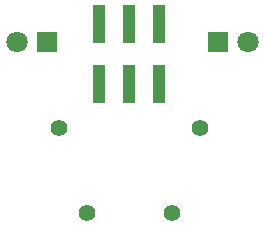
<source format=gbr>
%TF.GenerationSoftware,KiCad,Pcbnew,8.0.8*%
%TF.CreationDate,2025-04-07T01:52:13-03:00*%
%TF.ProjectId,Sao_Diamond,53616f5f-4469-4616-9d6f-6e642e6b6963,rev?*%
%TF.SameCoordinates,Original*%
%TF.FileFunction,Soldermask,Bot*%
%TF.FilePolarity,Negative*%
%FSLAX46Y46*%
G04 Gerber Fmt 4.6, Leading zero omitted, Abs format (unit mm)*
G04 Created by KiCad (PCBNEW 8.0.8) date 2025-04-07 01:52:13*
%MOMM*%
%LPD*%
G01*
G04 APERTURE LIST*
G04 Aperture macros list*
%AMHorizOval*
0 Thick line with rounded ends*
0 $1 width*
0 $2 $3 position (X,Y) of the first rounded end (center of the circle)*
0 $4 $5 position (X,Y) of the second rounded end (center of the circle)*
0 Add line between two ends*
20,1,$1,$2,$3,$4,$5,0*
0 Add two circle primitives to create the rounded ends*
1,1,$1,$2,$3*
1,1,$1,$4,$5*%
G04 Aperture macros list end*
%ADD10R,1.800000X1.800000*%
%ADD11C,1.800000*%
%ADD12C,1.400000*%
%ADD13HorizOval,1.400000X0.000000X0.000000X0.000000X0.000000X0*%
%ADD14HorizOval,1.400000X0.000000X0.000000X0.000000X0.000000X0*%
%ADD15R,1.041400X3.200400*%
G04 APERTURE END LIST*
D10*
%TO.C,D2*%
X186460000Y-50500000D03*
D11*
X189000000Y-50500000D03*
%TD*%
D10*
%TO.C,D1*%
X172000000Y-50500000D03*
D11*
X169460000Y-50500000D03*
%TD*%
D12*
%TO.C,R1*%
X175417863Y-64976227D03*
D13*
X173000000Y-57750000D03*
%TD*%
D12*
%TO.C,R2*%
X182582138Y-64976227D03*
D14*
X185000000Y-57750000D03*
%TD*%
D15*
%TO.C,J1*%
X181500000Y-48950002D03*
X181500000Y-54000000D03*
X178960000Y-48950002D03*
X178960000Y-54000000D03*
X176420000Y-48950002D03*
X176420000Y-54000000D03*
%TD*%
M02*

</source>
